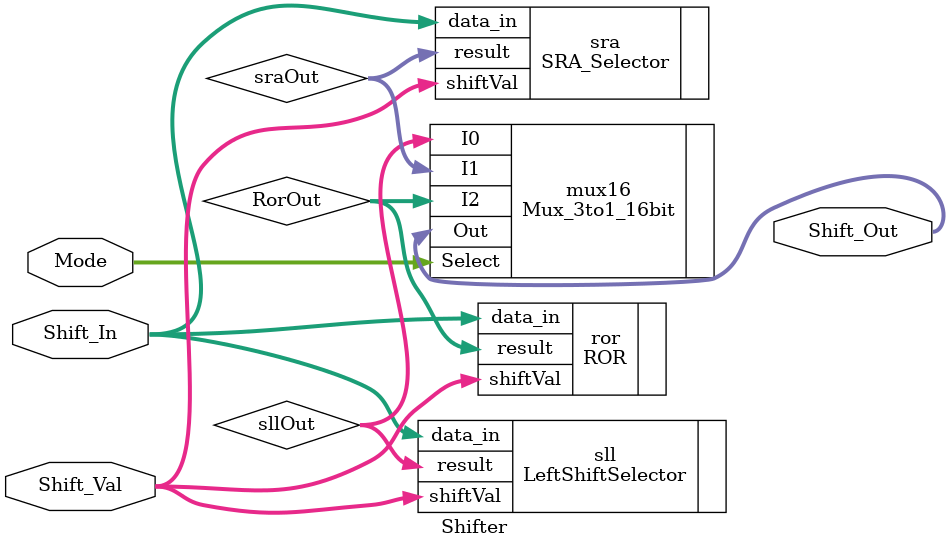
<source format=v>
module Shifter (Shift_In,Shift_Val, Mode, Shift_Out);

  // ports
  input [15:0] Shift_In; 	// This is the input data to perform shift operation on
  input [3:0] Shift_Val; 	// Shift amount (used to shift the input data)
  input  [1:0] Mode; 		// To indicate 0=SLL or 1=SRA 
  output wire[15:0] Shift_Out; 	// Shifted output data

  // internal
  wire[15:0] sllOut;
  wire[15:0] sraOut;
  wire[15:0] RorOut;

  LeftShiftSelector sll(.data_in(Shift_In), .shiftVal(Shift_Val), .result(sllOut));
  SRA_Selector sra(.data_in(Shift_In), .shiftVal(Shift_Val), .result(sraOut));
  ROR ror(.data_in(Shift_In), .shiftVal(Shift_Val), .result(RorOut));

  Mux_3to1_16bit mux16(.I0(sllOut), .I1(sraOut), .I2(RorOut), .Select(Mode), .Out(Shift_Out));

endmodule
</source>
